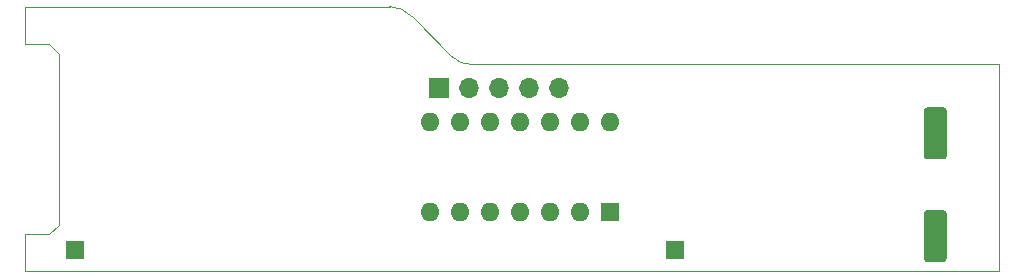
<source format=gbr>
%TF.GenerationSoftware,KiCad,Pcbnew,(5.1.7)-1*%
%TF.CreationDate,2021-11-04T21:35:45+01:00*%
%TF.ProjectId,window-sensor,77696e64-6f77-42d7-9365-6e736f722e6b,rev?*%
%TF.SameCoordinates,PX7270e00PY57bcf00*%
%TF.FileFunction,Soldermask,Bot*%
%TF.FilePolarity,Negative*%
%FSLAX46Y46*%
G04 Gerber Fmt 4.6, Leading zero omitted, Abs format (unit mm)*
G04 Created by KiCad (PCBNEW (5.1.7)-1) date 2021-11-04 21:35:45*
%MOMM*%
%LPD*%
G01*
G04 APERTURE LIST*
%TA.AperFunction,Profile*%
%ADD10C,0.050000*%
%TD*%
%ADD11O,1.600000X1.600000*%
%ADD12R,1.600000X1.600000*%
%ADD13O,1.700000X1.700000*%
%ADD14R,1.700000X1.700000*%
%ADD15R,1.500000X1.500000*%
G04 APERTURE END LIST*
D10*
X-4900000Y-4100000D02*
X-4100000Y-4900000D01*
X-4900000Y-20200000D02*
X-4100000Y-19400000D01*
X-7000000Y-23300000D02*
X-7000000Y-20200000D01*
X-4900000Y-20200000D02*
X-7000000Y-20200000D01*
X-4100000Y-4900000D02*
X-4100000Y-19400000D01*
X-7000000Y-4100000D02*
X-4900000Y-4100000D01*
X23900000Y-900000D02*
G75*
G02*
X25770760Y-1744841I-59239J-2624840D01*
G01*
X30817250Y-5799023D02*
G75*
G02*
X29210000Y-5150000I-107250J2049023D01*
G01*
X30817250Y-5799024D02*
X75500000Y-5800000D01*
X25770760Y-1744841D02*
X29210000Y-5150000D01*
X-7000000Y-4100000D02*
X-7000000Y-900000D01*
X75500000Y-23300000D02*
X-7000000Y-23300000D01*
X75500000Y-5800000D02*
X75500000Y-23300000D01*
X-7000000Y-900000D02*
X23900000Y-900000D01*
D11*
%TO.C,U3*%
X27300000Y-10680000D03*
D12*
X42540000Y-18300000D03*
D11*
X29840000Y-10680000D03*
X40000000Y-18300000D03*
X32380000Y-10680000D03*
X37460000Y-18300000D03*
X34920000Y-10680000D03*
X34920000Y-18300000D03*
X37460000Y-10680000D03*
X32380000Y-18300000D03*
X40000000Y-10680000D03*
X29840000Y-18300000D03*
X42540000Y-10680000D03*
X27300000Y-18300000D03*
%TD*%
D13*
%TO.C,J1*%
X38220000Y-7800000D03*
X35680000Y-7800000D03*
X33140000Y-7800000D03*
X30600000Y-7800000D03*
D14*
X28060000Y-7800000D03*
%TD*%
D15*
%TO.C,GND*%
X-2700000Y-21500000D03*
%TD*%
%TO.C,3V7*%
X48100000Y-21500000D03*
%TD*%
%TO.C,1000uF-1*%
G36*
G01*
X69399998Y-18150000D02*
X70800002Y-18150000D01*
G75*
G02*
X71050000Y-18399998I0J-249998D01*
G01*
X71050000Y-22300002D01*
G75*
G02*
X70800002Y-22550000I-249998J0D01*
G01*
X69399998Y-22550000D01*
G75*
G02*
X69150000Y-22300002I0J249998D01*
G01*
X69150000Y-18399998D01*
G75*
G02*
X69399998Y-18150000I249998J0D01*
G01*
G37*
G36*
G01*
X69399998Y-9450000D02*
X70800002Y-9450000D01*
G75*
G02*
X71050000Y-9699998I0J-249998D01*
G01*
X71050000Y-13600002D01*
G75*
G02*
X70800002Y-13850000I-249998J0D01*
G01*
X69399998Y-13850000D01*
G75*
G02*
X69150000Y-13600002I0J249998D01*
G01*
X69150000Y-9699998D01*
G75*
G02*
X69399998Y-9450000I249998J0D01*
G01*
G37*
%TD*%
M02*

</source>
